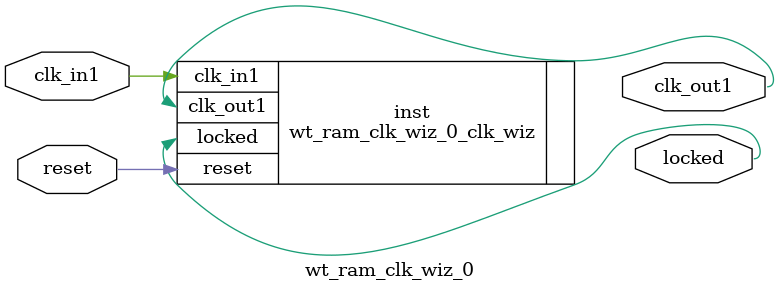
<source format=v>


`timescale 1ps/1ps

(* CORE_GENERATION_INFO = "wt_ram_clk_wiz_0,clk_wiz_v6_0_1_0_0,{component_name=wt_ram_clk_wiz_0,use_phase_alignment=true,use_min_o_jitter=false,use_max_i_jitter=false,use_dyn_phase_shift=false,use_inclk_switchover=false,use_dyn_reconfig=false,enable_axi=0,feedback_source=FDBK_AUTO,PRIMITIVE=MMCM,num_out_clk=1,clkin1_period=8.000,clkin2_period=10.000,use_power_down=false,use_reset=true,use_locked=true,use_inclk_stopped=false,feedback_type=SINGLE,CLOCK_MGR_TYPE=NA,manual_override=false}" *)

module wt_ram_clk_wiz_0 
 (
  // Clock out ports
  output        clk_out1,
  // Status and control signals
  input         reset,
  output        locked,
 // Clock in ports
  input         clk_in1
 );

  wt_ram_clk_wiz_0_clk_wiz inst
  (
  // Clock out ports  
  .clk_out1(clk_out1),
  // Status and control signals               
  .reset(reset), 
  .locked(locked),
 // Clock in ports
  .clk_in1(clk_in1)
  );

endmodule

</source>
